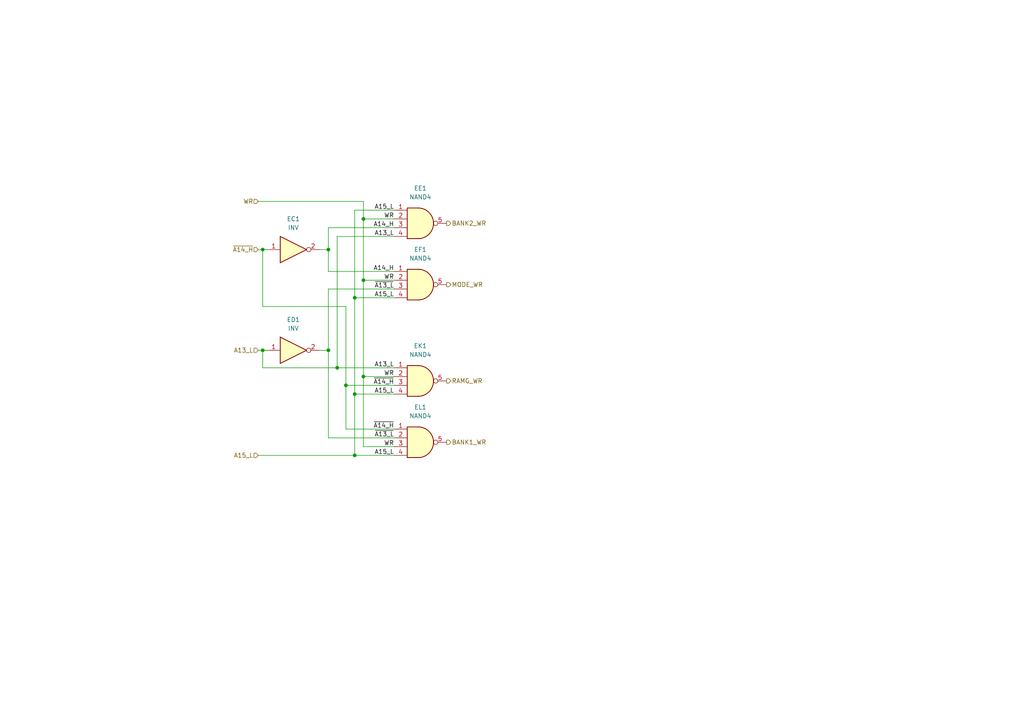
<source format=kicad_sch>
(kicad_sch (version 20211123) (generator eeschema)
  (paper "A4")
  (title_block (title "MBC1B - Address Decoding (register writes)") (date "2022-03-13") (rev "A") (company "https://gekkio.fi") (comment 1 "https://github.com/Gekkio/gb-research"))
  (lib_symbols
    (symbol "MBC1B:INV" (pin_names (offset 1.016) hide)
      (property "Reference" "U" (at 0 5.08 0))
      (property "Value" "INV" (at 0 -5.08 0))
      (symbol "INV_1_0"
        (polyline (pts (xy -3.81 3.81) (xy -3.81 -3.81) (xy 3.81 0) (xy -3.81 3.81)) (stroke (width 0.254)) (fill (type background)))
        (pin input line (at -7.62 0 0) (length 3.81) (name "A") (number "1"))
        (pin output inverted (at 7.62 0 180) (length 3.81) (name "Y") (number "2"))
      )
    )
    (symbol "MBC1B:NAND4" (pin_names (offset 1.016) hide)
      (property "Reference" "U" (at 0 6.35 0))
      (property "Value" "NAND4" (at 0 -6.35 0))
      (symbol "NAND4_1_1"
        (arc (start -0.635 -4.445) (mid 3.81 0) (end -0.635 4.445) (stroke (width 0.254)) (fill (type background)))
        (polyline (pts (xy -0.635 4.445) (xy -3.81 4.445) (xy -3.81 -4.445) (xy -0.635 -4.445)) (stroke (width 0.254)) (fill (type background)))
        (pin input line (at -7.62 3.81 0) (length 3.81) (name "A") (number "1"))
        (pin input line (at -7.62 1.27 0) (length 3.81) (name "B") (number "2"))
        (pin input line (at -7.62 -1.27 0) (length 3.81) (name "C") (number "3"))
        (pin input line (at -7.62 -3.81 0) (length 3.81) (name "D") (number "4"))
        (pin output inverted (at 7.62 0 180) (length 3.81) (name "Y") (number "5"))
      )
    )
  )
  (junction (at 105.41 109.22))
  (junction (at 105.41 81.28))
  (junction (at 95.25 101.6))
  (junction (at 102.87 86.36))
  (junction (at 102.87 132.08))
  (junction (at 76.2 101.6))
  (junction (at 102.87 114.3))
  (junction (at 97.79 106.68))
  (junction (at 76.2 72.39))
  (junction (at 95.25 72.39))
  (junction (at 105.41 63.5))
  (junction (at 100.33 111.76))
  (wire (pts (xy 76.2 72.39) (xy 77.47 72.39)))
  (wire (pts (xy 114.3 68.58) (xy 97.79 68.58)))
  (wire (pts (xy 92.71 72.39) (xy 95.25 72.39)))
  (wire (pts (xy 102.87 114.3) (xy 114.3 114.3)))
  (wire (pts (xy 102.87 60.96) (xy 114.3 60.96)))
  (wire (pts (xy 95.25 78.74) (xy 114.3 78.74)))
  (wire (pts (xy 95.25 127) (xy 95.25 101.6)))
  (wire (pts (xy 102.87 114.3) (xy 102.87 86.36)))
  (wire (pts (xy 105.41 129.54) (xy 105.41 109.22)))
  (wire (pts (xy 95.25 72.39) (xy 95.25 78.74)))
  (wire (pts (xy 76.2 88.9) (xy 100.33 88.9)))
  (wire (pts (xy 100.33 111.76) (xy 100.33 124.46)))
  (wire (pts (xy 102.87 132.08) (xy 114.3 132.08)))
  (wire (pts (xy 76.2 106.68) (xy 97.79 106.68)))
  (wire (pts (xy 105.41 63.5) (xy 105.41 58.42)))
  (wire (pts (xy 114.3 129.54) (xy 105.41 129.54)))
  (wire (pts (xy 105.41 81.28) (xy 105.41 63.5)))
  (wire (pts (xy 74.93 58.42) (xy 105.41 58.42)))
  (wire (pts (xy 97.79 68.58) (xy 97.79 106.68)))
  (wire (pts (xy 102.87 86.36) (xy 114.3 86.36)))
  (wire (pts (xy 95.25 101.6) (xy 95.25 83.82)))
  (wire (pts (xy 105.41 109.22) (xy 114.3 109.22)))
  (wire (pts (xy 105.41 81.28) (xy 114.3 81.28)))
  (wire (pts (xy 74.93 101.6) (xy 76.2 101.6)))
  (wire (pts (xy 100.33 88.9) (xy 100.33 111.76)))
  (wire (pts (xy 95.25 66.04) (xy 114.3 66.04)))
  (wire (pts (xy 100.33 111.76) (xy 114.3 111.76)))
  (wire (pts (xy 114.3 127) (xy 95.25 127)))
  (wire (pts (xy 76.2 101.6) (xy 76.2 106.68)))
  (wire (pts (xy 95.25 83.82) (xy 114.3 83.82)))
  (wire (pts (xy 74.93 132.08) (xy 102.87 132.08)))
  (wire (pts (xy 74.93 72.39) (xy 76.2 72.39)))
  (wire (pts (xy 105.41 63.5) (xy 114.3 63.5)))
  (wire (pts (xy 95.25 66.04) (xy 95.25 72.39)))
  (wire (pts (xy 97.79 106.68) (xy 114.3 106.68)))
  (wire (pts (xy 105.41 109.22) (xy 105.41 81.28)))
  (wire (pts (xy 95.25 101.6) (xy 92.71 101.6)))
  (wire (pts (xy 102.87 86.36) (xy 102.87 60.96)))
  (wire (pts (xy 102.87 132.08) (xy 102.87 114.3)))
  (wire (pts (xy 76.2 72.39) (xy 76.2 88.9)))
  (wire (pts (xy 100.33 124.46) (xy 114.3 124.46)))
  (wire (pts (xy 76.2 101.6) (xy 77.47 101.6)))
  (label "A14_H" (at 114.3 78.74 180))
  (label "~{A14_H}" (at 114.3 111.76 180))
  (label "~{A14_H}" (at 114.3 124.46 180))
  (label "WR" (at 114.3 129.54 180))
  (label "A13_L" (at 114.3 68.58 180))
  (label "A15_L" (at 114.3 114.3 180))
  (label "A15_L" (at 114.3 132.08 180))
  (label "~{A13_L}" (at 114.3 83.82 180))
  (label "~{A13_L}" (at 114.3 127 180))
  (label "WR" (at 114.3 63.5 180))
  (label "A14_H" (at 114.3 66.04 180))
  (label "A13_L" (at 114.3 106.68 180))
  (label "A15_L" (at 114.3 60.96 180))
  (label "A15_L" (at 114.3 86.36 180))
  (label "WR" (at 114.3 109.22 180))
  (label "WR" (at 114.3 81.28 180))
  (hierarchical_label "BANK2_WR" (shape output) (at 129.54 64.77 0))
  (hierarchical_label "RAMG_WR" (shape output) (at 129.54 110.49 0))
  (hierarchical_label "~{A14_H}" (shape input) (at 74.93 72.39 180))
  (hierarchical_label "WR" (shape input) (at 74.93 58.42 180))
  (hierarchical_label "A13_L" (shape input) (at 74.93 101.6 180))
  (hierarchical_label "MODE_WR" (shape output) (at 129.54 82.55 0))
  (hierarchical_label "A15_L" (shape input) (at 74.93 132.08 180))
  (hierarchical_label "BANK1_WR" (shape output) (at 129.54 128.27 0))
  (symbol (lib_id "MBC1B:INV") (at 85.09 101.6 0) (unit 1)
    (property "Reference" "ED1" (at 85.09 92.71 0))
    (property "Value" "INV" (at 85.09 95.25 0))
  )
  (symbol (lib_id "MBC1B:NAND4") (at 121.92 128.27 0) (unit 1)
    (property "Reference" "EL1" (at 121.92 118.11 0))
    (property "Value" "NAND4" (at 121.92 120.65 0))
  )
  (symbol (lib_id "MBC1B:INV") (at 85.09 72.39 0) (unit 1)
    (property "Reference" "EC1" (at 85.09 63.5 0))
    (property "Value" "INV" (at 85.09 66.04 0))
  )
  (symbol (lib_id "MBC1B:NAND4") (at 121.92 110.49 0) (unit 1)
    (property "Reference" "EK1" (at 121.92 100.33 0))
    (property "Value" "NAND4" (at 121.92 102.87 0))
  )
  (symbol (lib_id "MBC1B:NAND4") (at 121.92 64.77 0) (unit 1)
    (property "Reference" "EE1" (at 121.92 54.61 0))
    (property "Value" "NAND4" (at 121.92 57.15 0))
  )
  (symbol (lib_id "MBC1B:NAND4") (at 121.92 82.55 0) (unit 1)
    (property "Reference" "EF1" (at 121.92 72.39 0))
    (property "Value" "NAND4" (at 121.92 74.93 0))
  )
)
</source>
